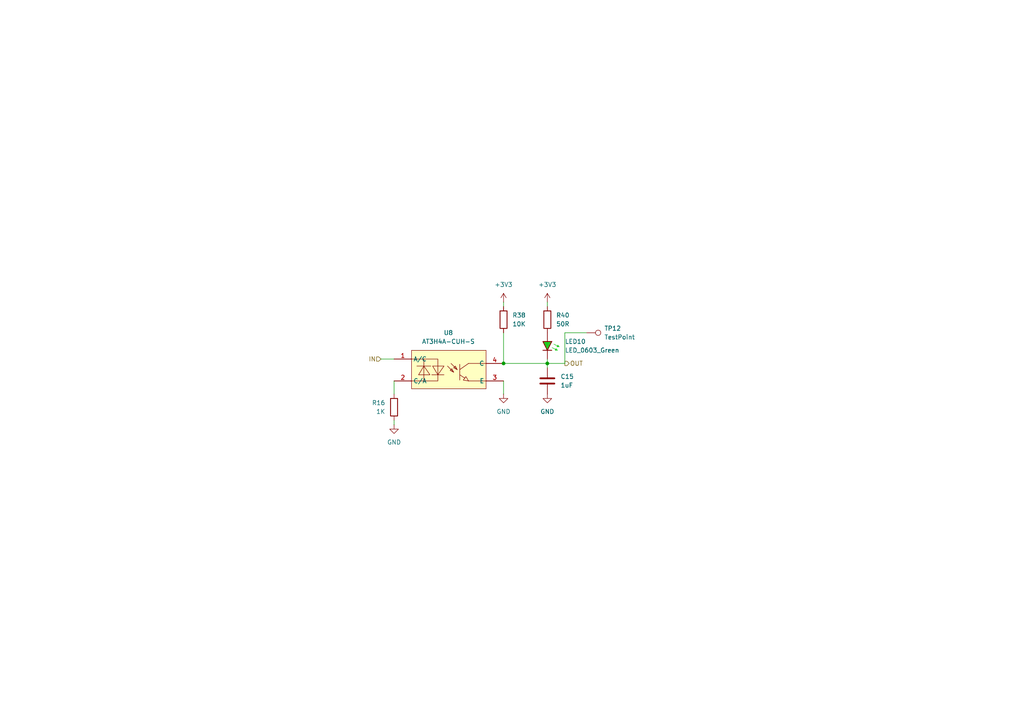
<source format=kicad_sch>
(kicad_sch (version 20250114) (generator "eeschema") (generator_version "9.0")
  (paper "A4")
  (lib_symbols
    (symbol "Connector:TestPoint" (pin_numbers (hide yes)) (pin_names (offset 0.762) (hide yes))
      (property "Reference" "TP" (at 0 6.858 0))
      (property "Value" "TestPoint" (at 0 5.08 0))
      (symbol "TestPoint_0_1"
        (circle (center 0 3.302) (radius 0.762))
      )
      (symbol "TestPoint_1_1"
        (pin passive line (at 0 0 90) (length 2.54) (name "1") (number "1"))
      )
    )
    (symbol "PCM_Capacitor_AKL:C_0603" (pin_numbers (hide yes)) (pin_names (offset 0.254))
      (property "Reference" "C" (at 0.635 2.54 0))
      (property "Value" "C_0603" (at 0.635 -2.54 0))
      (symbol "C_0603_0_1"
        (polyline (pts (xy -2.032 0.762) (xy 2.032 0.762)) (stroke (width 0.508)))
        (polyline (pts (xy -2.032 -0.762) (xy 2.032 -0.762)) (stroke (width 0.508)))
      )
      (symbol "C_0603_0_2"
        (polyline (pts (xy -2.54 -2.54) (xy -0.381 -0.381)))
        (polyline (pts (xy -0.508 -0.508) (xy -1.651 0.635)) (stroke (width 0.508)))
        (polyline (pts (xy -0.508 -0.508) (xy 0.635 -1.651)) (stroke (width 0.508)))
        (polyline (pts (xy 0.381 0.381) (xy 2.54 2.54)))
        (polyline (pts (xy 0.508 0.508) (xy -0.635 1.651)) (stroke (width 0.508)))
        (polyline (pts (xy 0.508 0.508) (xy 1.651 -0.635)) (stroke (width 0.508)))
      )
      (symbol "C_0603_1_1"
        (pin passive line (at 0 3.81 270) (length 2.794) (name "~") (number "1"))
        (pin passive line (at 0 -3.81 90) (length 2.794) (name "~") (number "2"))
      )
      (symbol "C_0603_1_2"
        (pin passive line (at -2.54 -2.54 90) (length 0) (name "~") (number "2"))
        (pin passive line (at 2.54 2.54 270) (length 0) (name "~") (number "1"))
      )
    )
    (symbol "PCM_LED_AKL:LED_0603_Green" (pin_numbers (hide yes)) (pin_names (offset 1.016) (hide yes))
      (property "Reference" "LED" (at 0 7.62 0))
      (property "Value" "LED_0603_Green" (at 0 5.08 0))
      (symbol "LED_0603_Green_0_1"
        (polyline (pts (xy -1.27 1.27) (xy -1.27 -1.27) (xy 1.27 0) (xy -1.27 1.27)) (stroke (width 0.254)) (fill (type color) (color 30 200 30 1)))
        (polyline (pts (xy -0.508 1.905) (xy 0.254 3.429)) (stroke (width 0.1524) (color 30 200 30 1)))
        (polyline (pts (xy 0.254 2.794) (xy -0.254 3.048) (xy 0.254 3.429) (xy 0.254 2.794)) (stroke (width 0) (color 30 200 30 1)) (fill (type outline)))
        (polyline (pts (xy 0.508 1.397) (xy 1.27 2.921)) (stroke (width 0.1524) (color 30 200 30 1)))
        (polyline (pts (xy 1.27 2.286) (xy 0.762 2.54) (xy 1.27 2.921) (xy 1.27 2.286)) (stroke (width 0.1524) (color 30 200 30 1)) (fill (type outline)))
        (polyline (pts (xy 1.27 1.27) (xy 1.27 -1.27)) (stroke (width 0.254)))
      )
      (symbol "LED_0603_Green_0_2"
        (polyline (pts (xy -2.54 -2.54) (xy -0.889 -0.889)))
        (polyline (pts (xy -1.651 0.889) (xy -2.159 2.413)) (stroke (width 0) (color 30 200 30 1)))
        (polyline (pts (xy -0.889 -0.889) (xy -1.778 0) (xy 0.889 0.889) (xy 0 -1.778) (xy -0.889 -0.889)) (stroke (width 0.254)) (fill (type color) (color 30 200 30 1)))
        (polyline (pts (xy -0.508 1.27) (xy -1.016 2.794)) (stroke (width 0) (color 30 200 30 1)))
        (polyline (pts (xy 0 1.778) (xy 1.778 0)) (stroke (width 0.254)))
        (polyline (pts (xy 0.889 0.889) (xy 2.54 2.54)))
      )
      (symbol "LED_0603_Green_1_1"
        (pin passive line (at -3.81 0 0) (length 2.54) (name "A") (number "2"))
        (pin passive line (at 3.81 0 180) (length 2.54) (name "K") (number "1"))
      )
      (symbol "LED_0603_Green_1_2"
        (polyline (pts (xy -2.159 2.413) (xy -2.286 1.778) (xy -1.6764 1.9812) (xy -2.159 2.413)) (stroke (width 0) (color 30 200 30 1)) (fill (type outline)))
        (polyline (pts (xy -1.016 2.794) (xy -1.143 2.159) (xy -0.5334 2.3622) (xy -1.016 2.794)) (stroke (width 0) (color 30 200 30 1)) (fill (type outline)))
        (pin passive line (at -2.54 -2.54 0) (length 0) (name "A") (number "2"))
        (pin passive line (at 2.54 2.54 180) (length 0) (name "K") (number "1"))
      )
    )
    (symbol "PCM_Resistor_AKL:R_0603" (pin_numbers (hide yes)) (pin_names (offset 0))
      (property "Reference" "R" (at 2.54 1.27 0))
      (property "Value" "R_0603" (at 2.54 -1.27 0))
      (symbol "R_0603_0_1"
        (rectangle (start -1.016 2.54) (end 1.016 -2.54) (stroke (width 0.254)))
      )
      (symbol "R_0603_0_2"
        (polyline (pts (xy -2.54 -2.54) (xy -1.524 -1.524)))
        (polyline (pts (xy 1.524 1.524) (xy 2.54 2.54)))
        (polyline (pts (xy 1.524 1.524) (xy 0.889 2.159) (xy -2.159 -0.889) (xy -0.889 -2.159) (xy 2.159 0.889) (xy 1.524 1.524)) (stroke (width 0.254)))
      )
      (symbol "R_0603_1_1"
        (pin passive line (at 0 3.81 270) (length 1.27) (name "~") (number "1"))
        (pin passive line (at 0 -3.81 90) (length 1.27) (name "~") (number "2"))
      )
      (symbol "R_0603_1_2"
        (pin passive line (at -2.54 -2.54 0) (length 0) (name "") (number "2"))
        (pin passive line (at 2.54 2.54 180) (length 0) (name "") (number "1"))
      )
    )
    (symbol "easyeda2kicad:AT3H4A-CUH-S"
      (property "Reference" "U" (at 0 8.89 0))
      (property "Value" "AT3H4A-CUH-S" (at 0 -7.62 0))
      (symbol "AT3H4A-CUH-S_0_1"
        (polyline (pts (xy -11.68 -2.54) (xy -7.87 -2.54) (xy -7.87 3.81) (xy -11.68 3.81)))
        (rectangle (start -11.43 6.35) (end 10.16 -4.83) (fill (type background)))
        (polyline (pts (xy -9.4 -0.76) (xy -7.87 1.78) (xy -6.1 -0.76) (xy -9.4 -0.76)) (fill (type background)))
        (polyline (pts (xy -7.87 3.81) (xy -3.81 3.81) (xy -3.81 -2.54) (xy -7.87 -2.54)))
        (polyline (pts (xy -5.84 1.78) (xy -9.91 1.78)))
        (polyline (pts (xy -5.33 1.78) (xy -3.81 -0.76) (xy -2.03 1.78) (xy -5.33 1.78)) (fill (type background)))
        (polyline (pts (xy -2.03 -0.76) (xy -5.59 -0.76)))
        (polyline (pts (xy -1.02 1.78) (xy 0.76 0)))
        (polyline (pts (xy 0 2.54) (xy 1.78 0.76)))
        (polyline (pts (xy 0.76 0) (xy -0.25 0.51) (xy 0.25 1.02) (xy 0.76 0)) (fill (type background)))
        (polyline (pts (xy 1.78 0.76) (xy 0.76 1.27) (xy 1.27 1.78) (xy 1.78 0.76)) (fill (type background)))
        (polyline (pts (xy 2.54 2.29) (xy 2.54 -2.29)))
        (polyline (pts (xy 2.54 -0.76) (xy 4.06 -1.78)))
        (polyline (pts (xy 5.08 2.54) (xy 2.54 0.76)))
        (polyline (pts (xy 5.08 -2.54) (xy 4.32 -1.27) (xy 3.56 -2.29) (xy 5.08 -2.54)) (fill (type background)))
        (polyline (pts (xy 9.14 2.54) (xy 5.08 2.54)))
        (polyline (pts (xy 9.14 2.54) (xy 10.16 2.54)))
        (polyline (pts (xy 9.14 -2.54) (xy 5.08 -2.54)))
        (polyline (pts (xy 9.14 -2.54) (xy 10.16 -2.54)))
        (pin unspecified line (at -16.51 3.81 0) (length 5.08) (name "A/C") (number "1"))
        (pin unspecified line (at -16.51 -2.54 0) (length 5.08) (name "C/A") (number "2"))
        (pin unspecified line (at 15.24 2.54 180) (length 5.08) (name "C") (number "4"))
        (pin unspecified line (at 15.24 -2.54 180) (length 5.08) (name "E") (number "3"))
      )
    )
    (symbol "power:+3V3" (power) (pin_numbers (hide yes)) (pin_names (offset 0) (hide yes))
      (property "Value" "+3V3" (at 0 3.556 0))
      (symbol "+3V3_0_1"
        (polyline (pts (xy -0.762 1.27) (xy 0 2.54)))
        (polyline (pts (xy 0 2.54) (xy 0.762 1.27)))
        (polyline (pts (xy 0 0) (xy 0 2.54)))
      )
      (symbol "+3V3_1_1"
        (pin power_in line (at 0 0 90) (length 0) (name "~") (number "1"))
      )
    )
    (symbol "power:GND" (power) (pin_numbers (hide yes)) (pin_names (offset 0) (hide yes))
      (property "Value" "GND" (at 0 -3.81 0))
      (symbol "GND_0_1"
        (polyline (pts (xy 0 0) (xy 0 -1.27) (xy 1.27 -1.27) (xy 0 -2.54) (xy -1.27 -1.27) (xy 0 -1.27)))
      )
      (symbol "GND_1_1"
        (pin power_in line (at 0 0 270) (length 0) (name "~") (number "1"))
      )
    )
  )
  (junction (at 146.05 105.41))
  (junction (at 158.75 105.41))
  (wire (pts (xy 163.83 105.41) (xy 158.75 105.41)))
  (wire (pts (xy 158.75 106.68) (xy 158.75 105.41)))
  (wire (pts (xy 158.75 104.14) (xy 158.75 105.41)))
  (wire (pts (xy 110.49 104.14) (xy 114.3 104.14)))
  (wire (pts (xy 158.75 88.9) (xy 158.75 87.63)))
  (wire (pts (xy 146.05 114.3) (xy 146.05 110.49)))
  (wire (pts (xy 114.3 123.19) (xy 114.3 121.92)))
  (wire (pts (xy 146.05 105.41) (xy 158.75 105.41)))
  (wire (pts (xy 163.83 96.52) (xy 163.83 105.41)))
  (wire (pts (xy 114.3 110.49) (xy 114.3 114.3)))
  (wire (pts (xy 163.83 96.52) (xy 170.18 96.52)))
  (wire (pts (xy 146.05 87.63) (xy 146.05 88.9)))
  (wire (pts (xy 146.05 96.52) (xy 146.05 105.41)))
  (hierarchical_label "OUT" (shape output) (at 163.83 105.41 0))
  (hierarchical_label "IN" (shape input) (at 110.49 104.14 180))
  (symbol (lib_id "power:GND") (at 146.05 114.3 0) (unit 1)
    (property "Reference" "#PWR058" (effects (hide yes)))
    (property "Value" "GND" (at 146.05 119.38 0))
    (property "Description" "Power symbol creates a global label with name \"GND\" , ground" (effects (hide yes)))
    (instances (project "NIVARA" (path "" (reference "#PWR058") (unit 1)) (path "" (reference "#PWR056") (unit 1))))
  )
  (symbol (lib_id "easyeda2kicad:AT3H4A-CUH-S") (at 130.81 107.95 0) (unit 1)
    (property "Reference" "U8" (at 130.05 96.52 0))
    (property "Value" "AT3H4A-CUH-S" (at 130.05 99.06 0))
    (property "Footprint" "easyeda2kicad:SSOP-4_L2.7-W4.6-P1.27-LS7.0-TL" (effects (hide yes)))
    (property "LCSC Part" "C20612634" (effects (hide yes)))
    (property "PART NUMBERT" "AT3H4A-CUH-S" (effects (hide yes)))
    (instances (project "NIVARA" (path "" (reference "U8") (unit 1)) (path "" (reference "U3") (unit 1))))
  )
  (symbol (lib_id "PCM_Resistor_AKL:R_0603") (at 114.3 118.11 0) (mirror x) (unit 1)
    (property "Reference" "R16" (at 111.76 116.8399 0) (effects (justify right)))
    (property "Value" "1K" (at 111.76 119.3799 0) (effects (justify right)))
    (property "Footprint" "PCM_Resistor_SMD_AKL:R_0603_1608Metric" (effects (hide yes)))
    (property "Description" "SMD 0603 Chip Resistor, European Symbol, Alternate KiCad Library" (effects (hide yes)))
    (property "PART NUMBERT" "RC0603FR-071KL" (effects (hide yes)))
    (instances (project "NIVARA" (path "" (reference "R16") (unit 1)) (path "" (reference "R17") (unit 1))))
  )
  (symbol (lib_id "PCM_Resistor_AKL:R_0603") (at 146.05 92.71 0) (unit 1)
    (property "Reference" "R38" (at 148.59 91.4399 0) (effects (justify left)))
    (property "Value" "10K" (at 148.59 93.9799 0) (effects (justify left)))
    (property "Footprint" "PCM_Resistor_SMD_AKL:R_0603_1608Metric" (effects (hide yes)))
    (property "Description" "SMD 0603 Chip Resistor, European Symbol, Alternate KiCad Library" (effects (hide yes)))
    (instances (project "NIVARA" (path "" (reference "R38") (unit 1)) (path "" (reference "R37") (unit 1))))
  )
  (symbol (lib_id "PCM_Capacitor_AKL:C_0603") (at 158.75 110.49 0) (unit 1)
    (property "Reference" "C15" (at 162.56 109.2199 0) (effects (justify left)))
    (property "Value" "1uF" (at 162.56 111.7599 0) (effects (justify left)))
    (property "Footprint" "PCM_Capacitor_SMD_AKL:C_0603_1608Metric" (effects (hide yes)))
    (property "Description" "SMD 0603 MLCC capacitor, Alternate KiCad Library" (effects (hide yes)))
    (property "PART NUMBERT" "CL10A105KB8NNNC" (effects (hide yes)))
    (instances (project "NIVARA" (path "" (reference "C15") (unit 1)) (path "" (reference "C14") (unit 1))))
  )
  (symbol (lib_id "power:+3V3") (at 158.75 87.63 0) (unit 1)
    (property "Reference" "#PWR061" (effects (hide yes)))
    (property "Value" "+3V3" (at 158.75 82.55 0))
    (property "Description" "Power symbol creates a global label with name \"+3V3\"" (effects (hide yes)))
    (instances (project "NIVARA" (path "" (reference "#PWR061") (unit 1)) (path "" (reference "#PWR059") (unit 1))))
  )
  (symbol (lib_id "power:GND") (at 158.75 114.3 0) (unit 1)
    (property "Reference" "#PWR062" (effects (hide yes)))
    (property "Value" "GND" (at 158.75 119.38 0))
    (property "Description" "Power symbol creates a global label with name \"GND\" , ground" (effects (hide yes)))
    (instances (project "NIVARA" (path "" (reference "#PWR062") (unit 1)) (path "" (reference "#PWR060") (unit 1))))
  )
  (symbol (lib_id "Connector:TestPoint") (at 170.18 96.52 270) (unit 1)
    (property "Reference" "TP12" (at 175.26 95.2499 90) (effects (justify left)))
    (property "Value" "TestPoint" (at 175.26 97.7899 90) (effects (justify left)))
    (property "Footprint" "TestPoint:TestPoint_THTPad_D1.0mm_Drill0.5mm" (effects (hide yes)))
    (property "Description" "test point" (effects (hide yes)))
    (instances (project "NIVARA" (path "" (reference "TP12") (unit 1)) (path "" (reference "TP11") (unit 1))))
  )
  (symbol (lib_id "power:+3V3") (at 146.05 87.63 0) (unit 1)
    (property "Reference" "#PWR057" (effects (hide yes)))
    (property "Value" "+3V3" (at 146.05 82.55 0))
    (property "Description" "Power symbol creates a global label with name \"+3V3\"" (effects (hide yes)))
    (instances (project "NIVARA" (path "" (reference "#PWR057") (unit 1)) (path "" (reference "#PWR055") (unit 1))))
  )
  (symbol (lib_id "power:GND") (at 114.3 123.19 0) (unit 1)
    (property "Reference" "#PWR054" (effects (hide yes)))
    (property "Value" "GND" (at 114.3 128.27 0))
    (property "Description" "Power symbol creates a global label with name \"GND\" , ground" (effects (hide yes)))
    (instances (project "NIVARA" (path "" (reference "#PWR054") (unit 1)) (path "" (reference "#PWR053") (unit 1))))
  )
  (symbol (lib_id "PCM_Resistor_AKL:R_0603") (at 158.75 92.71 0) (unit 1)
    (property "Reference" "R40" (at 161.29 91.4399 0) (effects (justify left)))
    (property "Value" "50R" (at 161.29 93.9799 0) (effects (justify left)))
    (property "Footprint" "PCM_Resistor_SMD_AKL:R_0603_1608Metric" (effects (hide yes)))
    (property "Description" "SMD 0603 Chip Resistor, European Symbol, Alternate KiCad Library" (effects (hide yes)))
    (property "PART NUMBERT" "RT0603BRE0750RL" (effects (hide yes)))
    (instances (project "NIVARA" (path "" (reference "R40") (unit 1)) (path "" (reference "R39") (unit 1))))
  )
  (symbol (lib_id "PCM_LED_AKL:LED_0603_Green") (at 158.75 100.33 270) (unit 1)
    (property "Reference" "LED10" (at 163.83 99.0599 90) (effects (justify left)))
    (property "Value" "LED_0603_Green" (at 163.83 101.5999 90) (effects (justify left)))
    (property "Footprint" "PCM_LED_SMD_AKL:LED_0603_1608Metric" (effects (hide yes)))
    (property "Description" "Green SMD LED, 0603, Alternate KiCad Library" (effects (hide yes)))
    (property "PART NUMBERT" "XL-1608UOC-06" (effects (hide yes)))
    (instances (project "NIVARA" (path "" (reference "LED10") (unit 1)) (path "" (reference "LED9") (unit 1))))
  )
)
</source>
